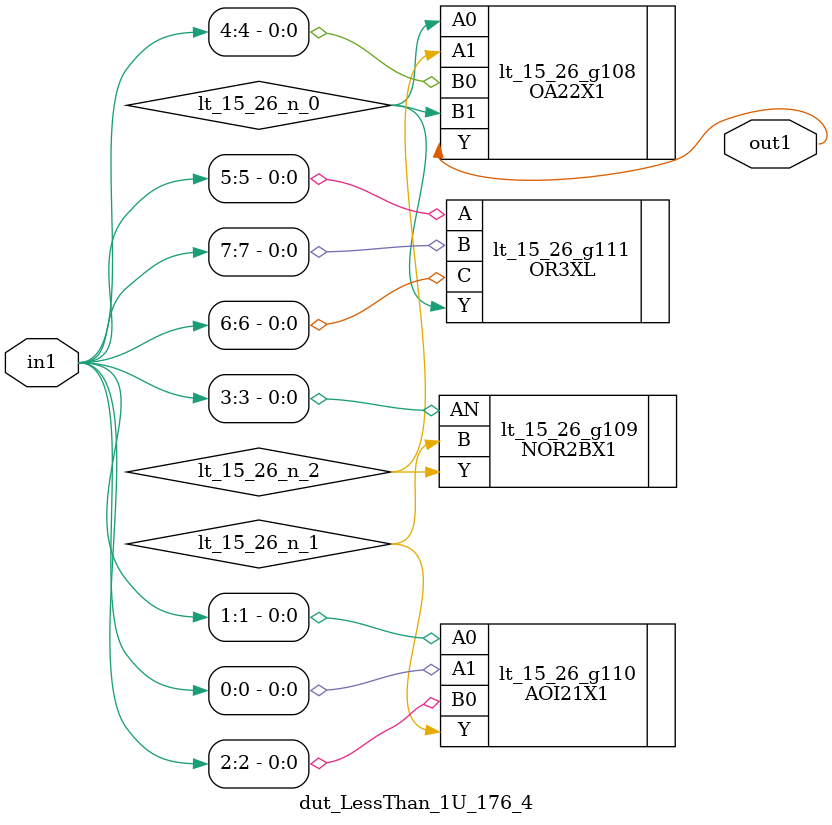
<source format=v>
`timescale 1ps / 1ps


module dut_LessThan_1U_176_4(in1, out1);
  input [7:0] in1;
  output out1;
  wire [7:0] in1;
  wire out1;
  wire lt_15_26_n_0, lt_15_26_n_1, lt_15_26_n_2;
  OA22X1 lt_15_26_g108(.A0 (lt_15_26_n_0), .A1 (lt_15_26_n_2), .B0
       (in1[4]), .B1 (lt_15_26_n_0), .Y (out1));
  NOR2BX1 lt_15_26_g109(.AN (in1[3]), .B (lt_15_26_n_1), .Y
       (lt_15_26_n_2));
  AOI21X1 lt_15_26_g110(.A0 (in1[1]), .A1 (in1[0]), .B0 (in1[2]), .Y
       (lt_15_26_n_1));
  OR3XL lt_15_26_g111(.A (in1[5]), .B (in1[7]), .C (in1[6]), .Y
       (lt_15_26_n_0));
endmodule



</source>
